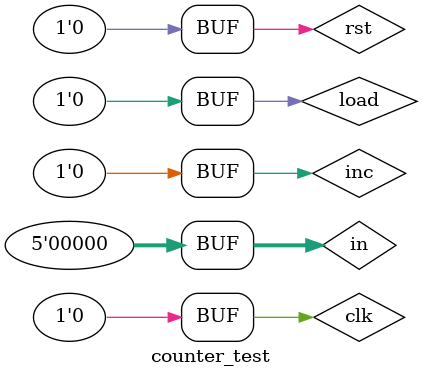
<source format=v>
`timescale 1ns / 1ps


module counter_test;

	// Inputs
	reg [4:0] in;
	reg load;
	reg inc;
	reg rst;
	reg clk;

	// Outputs
	wire [4:0] out;

	// Instantiate the Unit Under Test (UUT)
	counter5b uut (
		.out(out), 
		.in(in), 
		.load(load), 
		.inc(inc), 
		.rst(rst), 
		.clk(clk)
	);

	initial begin
		// Initialize Inputs
		in = 0;
		load = 0;
		inc = 0;
		rst = 0;
		clk = 0;

		// Wait 100 ns for global reset to finish
		#100;
        
		// Add stimulus here

	end
      
endmodule


</source>
